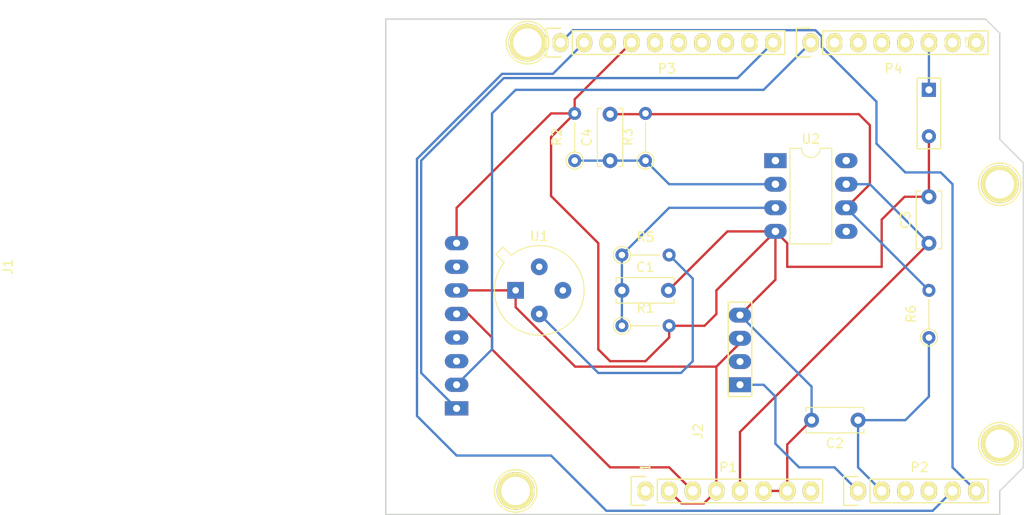
<source format=kicad_pcb>
(kicad_pcb (version 20171130) (host pcbnew "(5.1.8)-1")

  (general
    (thickness 1.6)
    (drawings 27)
    (tracks 113)
    (zones 0)
    (modules 22)
    (nets 40)
  )

  (page A4)
  (title_block
    (date "lun. 30 mars 2015")
  )

  (layers
    (0 F.Cu signal)
    (31 B.Cu signal)
    (32 B.Adhes user)
    (33 F.Adhes user)
    (34 B.Paste user)
    (35 F.Paste user)
    (36 B.SilkS user)
    (37 F.SilkS user)
    (38 B.Mask user)
    (39 F.Mask user)
    (40 Dwgs.User user)
    (41 Cmts.User user)
    (42 Eco1.User user)
    (43 Eco2.User user)
    (44 Edge.Cuts user)
    (45 Margin user)
    (46 B.CrtYd user)
    (47 F.CrtYd user)
    (48 B.Fab user)
    (49 F.Fab user)
  )

  (setup
    (last_trace_width 0.25)
    (trace_clearance 0.2)
    (zone_clearance 0.508)
    (zone_45_only no)
    (trace_min 0.2)
    (via_size 0.6)
    (via_drill 0.4)
    (via_min_size 0.4)
    (via_min_drill 0.3)
    (uvia_size 0.3)
    (uvia_drill 0.1)
    (uvias_allowed no)
    (uvia_min_size 0.2)
    (uvia_min_drill 0.1)
    (edge_width 0.15)
    (segment_width 0.15)
    (pcb_text_width 0.3)
    (pcb_text_size 1.5 1.5)
    (mod_edge_width 0.15)
    (mod_text_size 1 1)
    (mod_text_width 0.15)
    (pad_size 4.064 4.064)
    (pad_drill 3.048)
    (pad_to_mask_clearance 0)
    (aux_axis_origin 110.998 126.365)
    (grid_origin 110.998 126.365)
    (visible_elements 7FFFFFFF)
    (pcbplotparams
      (layerselection 0x00030_80000001)
      (usegerberextensions false)
      (usegerberattributes true)
      (usegerberadvancedattributes true)
      (creategerberjobfile true)
      (excludeedgelayer true)
      (linewidth 0.100000)
      (plotframeref false)
      (viasonmask false)
      (mode 1)
      (useauxorigin false)
      (hpglpennumber 1)
      (hpglpenspeed 20)
      (hpglpendiameter 15.000000)
      (psnegative false)
      (psa4output false)
      (plotreference true)
      (plotvalue true)
      (plotinvisibletext false)
      (padsonsilk false)
      (subtractmaskfromsilk false)
      (outputformat 1)
      (mirror false)
      (drillshape 1)
      (scaleselection 1)
      (outputdirectory ""))
  )

  (net 0 "")
  (net 1 /Reset)
  (net 2 +5V)
  (net 3 GND)
  (net 4 /Vin)
  (net 5 /A0)
  (net 6 /A1)
  (net 7 /A2)
  (net 8 /A3)
  (net 9 /AREF)
  (net 10 "/A4(SDA)")
  (net 11 "/A5(SCL)")
  (net 12 "/9(**)")
  (net 13 /8)
  (net 14 /7)
  (net 15 "/6(**)")
  (net 16 "/5(**)")
  (net 17 /4)
  (net 18 "/3(**)")
  (net 19 /2)
  (net 20 "/1(Tx)")
  (net 21 "/0(Rx)")
  (net 22 "Net-(P5-Pad1)")
  (net 23 "Net-(P6-Pad1)")
  (net 24 "Net-(P7-Pad1)")
  (net 25 "Net-(P8-Pad1)")
  (net 26 "/13(SCK)")
  (net 27 "/10(**/SS)")
  (net 28 "Net-(P1-Pad1)")
  (net 29 +3V3)
  (net 30 "/12(MISO)")
  (net 31 "/11(**/MOSI)")
  (net 32 "Net-(C1-Pad1)")
  (net 33 "Net-(J1-Pad7)")
  (net 34 "Net-(J1-Pad4)")
  (net 35 "Net-(J1-Pad3)")
  (net 36 "Net-(J2-Pad2)")
  (net 37 /capteurAIME)
  (net 38 "Net-(C4-Pad2)")
  (net 39 "Net-(C4-Pad1)")

  (net_class Default "This is the default net class."
    (clearance 0.2)
    (trace_width 0.25)
    (via_dia 0.6)
    (via_drill 0.4)
    (uvia_dia 0.3)
    (uvia_drill 0.1)
    (add_net +3V3)
    (add_net +5V)
    (add_net "/0(Rx)")
    (add_net "/1(Tx)")
    (add_net "/10(**/SS)")
    (add_net "/11(**/MOSI)")
    (add_net "/12(MISO)")
    (add_net "/13(SCK)")
    (add_net /2)
    (add_net "/3(**)")
    (add_net /4)
    (add_net "/5(**)")
    (add_net "/6(**)")
    (add_net /7)
    (add_net /8)
    (add_net "/9(**)")
    (add_net /A0)
    (add_net /A1)
    (add_net /A2)
    (add_net /A3)
    (add_net "/A4(SDA)")
    (add_net "/A5(SCL)")
    (add_net /AREF)
    (add_net /Reset)
    (add_net /Vin)
    (add_net /capteurAIME)
    (add_net GND)
    (add_net "Net-(C1-Pad1)")
    (add_net "Net-(C4-Pad1)")
    (add_net "Net-(C4-Pad2)")
    (add_net "Net-(J1-Pad3)")
    (add_net "Net-(J1-Pad4)")
    (add_net "Net-(J1-Pad7)")
    (add_net "Net-(J2-Pad2)")
    (add_net "Net-(P1-Pad1)")
    (add_net "Net-(P5-Pad1)")
    (add_net "Net-(P6-Pad1)")
    (add_net "Net-(P7-Pad1)")
    (add_net "Net-(P8-Pad1)")
  )

  (module Socket_Arduino_Uno:Socket_Strip_Arduino_1x08 locked (layer F.Cu) (tedit 552168D2) (tstamp 551AF9EA)
    (at 138.938 123.825)
    (descr "Through hole socket strip")
    (tags "socket strip")
    (path /56D70129)
    (fp_text reference P1 (at 8.89 -2.54) (layer F.SilkS)
      (effects (font (size 1 1) (thickness 0.15)))
    )
    (fp_text value Power (at 8.89 -4.064) (layer F.Fab)
      (effects (font (size 1 1) (thickness 0.15)))
    )
    (fp_line (start -1.55 -1.55) (end -1.55 1.55) (layer F.SilkS) (width 0.15))
    (fp_line (start 0 -1.55) (end -1.55 -1.55) (layer F.SilkS) (width 0.15))
    (fp_line (start 1.27 1.27) (end 1.27 -1.27) (layer F.SilkS) (width 0.15))
    (fp_line (start -1.55 1.55) (end 0 1.55) (layer F.SilkS) (width 0.15))
    (fp_line (start 19.05 -1.27) (end 1.27 -1.27) (layer F.SilkS) (width 0.15))
    (fp_line (start 19.05 1.27) (end 19.05 -1.27) (layer F.SilkS) (width 0.15))
    (fp_line (start 1.27 1.27) (end 19.05 1.27) (layer F.SilkS) (width 0.15))
    (fp_line (start -1.75 1.75) (end 19.55 1.75) (layer F.CrtYd) (width 0.05))
    (fp_line (start -1.75 -1.75) (end 19.55 -1.75) (layer F.CrtYd) (width 0.05))
    (fp_line (start 19.55 -1.75) (end 19.55 1.75) (layer F.CrtYd) (width 0.05))
    (fp_line (start -1.75 -1.75) (end -1.75 1.75) (layer F.CrtYd) (width 0.05))
    (pad 1 thru_hole oval (at 0 0) (size 1.7272 2.032) (drill 1.016) (layers *.Cu *.Mask F.SilkS)
      (net 28 "Net-(P1-Pad1)"))
    (pad 2 thru_hole oval (at 2.54 0) (size 1.7272 2.032) (drill 1.016) (layers *.Cu *.Mask F.SilkS)
      (net 29 +3V3))
    (pad 3 thru_hole oval (at 5.08 0) (size 1.7272 2.032) (drill 1.016) (layers *.Cu *.Mask F.SilkS)
      (net 1 /Reset))
    (pad 4 thru_hole oval (at 7.62 0) (size 1.7272 2.032) (drill 1.016) (layers *.Cu *.Mask F.SilkS)
      (net 29 +3V3))
    (pad 5 thru_hole oval (at 10.16 0) (size 1.7272 2.032) (drill 1.016) (layers *.Cu *.Mask F.SilkS)
      (net 2 +5V))
    (pad 6 thru_hole oval (at 12.7 0) (size 1.7272 2.032) (drill 1.016) (layers *.Cu *.Mask F.SilkS)
      (net 3 GND))
    (pad 7 thru_hole oval (at 15.24 0) (size 1.7272 2.032) (drill 1.016) (layers *.Cu *.Mask F.SilkS)
      (net 3 GND))
    (pad 8 thru_hole oval (at 17.78 0) (size 1.7272 2.032) (drill 1.016) (layers *.Cu *.Mask F.SilkS)
      (net 4 /Vin))
    (model ${KIPRJMOD}/Socket_Arduino_Uno.3dshapes/Socket_header_Arduino_1x08.wrl
      (offset (xyz 8.889999866485596 0 0))
      (scale (xyz 1 1 1))
      (rotate (xyz 0 0 180))
    )
  )

  (module Socket_Arduino_Uno:Socket_Strip_Arduino_1x06 locked (layer F.Cu) (tedit 552168D6) (tstamp 551AF9FF)
    (at 161.798 123.825)
    (descr "Through hole socket strip")
    (tags "socket strip")
    (path /56D70DD8)
    (fp_text reference P2 (at 6.604 -2.54) (layer F.SilkS)
      (effects (font (size 1 1) (thickness 0.15)))
    )
    (fp_text value Analog (at 6.604 -4.064) (layer F.Fab)
      (effects (font (size 1 1) (thickness 0.15)))
    )
    (fp_line (start -1.55 -1.55) (end -1.55 1.55) (layer F.SilkS) (width 0.15))
    (fp_line (start 0 -1.55) (end -1.55 -1.55) (layer F.SilkS) (width 0.15))
    (fp_line (start 1.27 1.27) (end 1.27 -1.27) (layer F.SilkS) (width 0.15))
    (fp_line (start -1.55 1.55) (end 0 1.55) (layer F.SilkS) (width 0.15))
    (fp_line (start 13.97 -1.27) (end 1.27 -1.27) (layer F.SilkS) (width 0.15))
    (fp_line (start 13.97 1.27) (end 13.97 -1.27) (layer F.SilkS) (width 0.15))
    (fp_line (start 1.27 1.27) (end 13.97 1.27) (layer F.SilkS) (width 0.15))
    (fp_line (start -1.75 1.75) (end 14.45 1.75) (layer F.CrtYd) (width 0.05))
    (fp_line (start -1.75 -1.75) (end 14.45 -1.75) (layer F.CrtYd) (width 0.05))
    (fp_line (start 14.45 -1.75) (end 14.45 1.75) (layer F.CrtYd) (width 0.05))
    (fp_line (start -1.75 -1.75) (end -1.75 1.75) (layer F.CrtYd) (width 0.05))
    (pad 1 thru_hole oval (at 0 0) (size 1.7272 2.032) (drill 1.016) (layers *.Cu *.Mask F.SilkS)
      (net 5 /A0))
    (pad 2 thru_hole oval (at 2.54 0) (size 1.7272 2.032) (drill 1.016) (layers *.Cu *.Mask F.SilkS)
      (net 6 /A1))
    (pad 3 thru_hole oval (at 5.08 0) (size 1.7272 2.032) (drill 1.016) (layers *.Cu *.Mask F.SilkS)
      (net 7 /A2))
    (pad 4 thru_hole oval (at 7.62 0) (size 1.7272 2.032) (drill 1.016) (layers *.Cu *.Mask F.SilkS)
      (net 8 /A3))
    (pad 5 thru_hole oval (at 10.16 0) (size 1.7272 2.032) (drill 1.016) (layers *.Cu *.Mask F.SilkS)
      (net 10 "/A4(SDA)"))
    (pad 6 thru_hole oval (at 12.7 0) (size 1.7272 2.032) (drill 1.016) (layers *.Cu *.Mask F.SilkS)
      (net 11 "/A5(SCL)"))
    (model ${KIPRJMOD}/Socket_Arduino_Uno.3dshapes/Socket_header_Arduino_1x06.wrl
      (offset (xyz 6.349999904632568 0 0))
      (scale (xyz 1 1 1))
      (rotate (xyz 0 0 180))
    )
  )

  (module Socket_Arduino_Uno:Socket_Strip_Arduino_1x10 locked (layer F.Cu) (tedit 552168BF) (tstamp 551AFA18)
    (at 129.794 75.565)
    (descr "Through hole socket strip")
    (tags "socket strip")
    (path /56D721E0)
    (fp_text reference P3 (at 11.43 2.794) (layer F.SilkS)
      (effects (font (size 1 1) (thickness 0.15)))
    )
    (fp_text value Digital (at 11.43 4.318) (layer F.Fab)
      (effects (font (size 1 1) (thickness 0.15)))
    )
    (fp_line (start -1.55 -1.55) (end -1.55 1.55) (layer F.SilkS) (width 0.15))
    (fp_line (start 0 -1.55) (end -1.55 -1.55) (layer F.SilkS) (width 0.15))
    (fp_line (start 1.27 1.27) (end 1.27 -1.27) (layer F.SilkS) (width 0.15))
    (fp_line (start -1.55 1.55) (end 0 1.55) (layer F.SilkS) (width 0.15))
    (fp_line (start 24.13 -1.27) (end 1.27 -1.27) (layer F.SilkS) (width 0.15))
    (fp_line (start 24.13 1.27) (end 24.13 -1.27) (layer F.SilkS) (width 0.15))
    (fp_line (start 1.27 1.27) (end 24.13 1.27) (layer F.SilkS) (width 0.15))
    (fp_line (start -1.75 1.75) (end 24.65 1.75) (layer F.CrtYd) (width 0.05))
    (fp_line (start -1.75 -1.75) (end 24.65 -1.75) (layer F.CrtYd) (width 0.05))
    (fp_line (start 24.65 -1.75) (end 24.65 1.75) (layer F.CrtYd) (width 0.05))
    (fp_line (start -1.75 -1.75) (end -1.75 1.75) (layer F.CrtYd) (width 0.05))
    (pad 1 thru_hole oval (at 0 0) (size 1.7272 2.032) (drill 1.016) (layers *.Cu *.Mask F.SilkS)
      (net 11 "/A5(SCL)"))
    (pad 2 thru_hole oval (at 2.54 0) (size 1.7272 2.032) (drill 1.016) (layers *.Cu *.Mask F.SilkS)
      (net 10 "/A4(SDA)"))
    (pad 3 thru_hole oval (at 5.08 0) (size 1.7272 2.032) (drill 1.016) (layers *.Cu *.Mask F.SilkS)
      (net 9 /AREF))
    (pad 4 thru_hole oval (at 7.62 0) (size 1.7272 2.032) (drill 1.016) (layers *.Cu *.Mask F.SilkS)
      (net 3 GND))
    (pad 5 thru_hole oval (at 10.16 0) (size 1.7272 2.032) (drill 1.016) (layers *.Cu *.Mask F.SilkS)
      (net 26 "/13(SCK)"))
    (pad 6 thru_hole oval (at 12.7 0) (size 1.7272 2.032) (drill 1.016) (layers *.Cu *.Mask F.SilkS)
      (net 30 "/12(MISO)"))
    (pad 7 thru_hole oval (at 15.24 0) (size 1.7272 2.032) (drill 1.016) (layers *.Cu *.Mask F.SilkS)
      (net 31 "/11(**/MOSI)"))
    (pad 8 thru_hole oval (at 17.78 0) (size 1.7272 2.032) (drill 1.016) (layers *.Cu *.Mask F.SilkS)
      (net 27 "/10(**/SS)"))
    (pad 9 thru_hole oval (at 20.32 0) (size 1.7272 2.032) (drill 1.016) (layers *.Cu *.Mask F.SilkS)
      (net 12 "/9(**)"))
    (pad 10 thru_hole oval (at 22.86 0) (size 1.7272 2.032) (drill 1.016) (layers *.Cu *.Mask F.SilkS)
      (net 13 /8))
    (model ${KIPRJMOD}/Socket_Arduino_Uno.3dshapes/Socket_header_Arduino_1x10.wrl
      (offset (xyz 11.42999982833862 0 0))
      (scale (xyz 1 1 1))
      (rotate (xyz 0 0 180))
    )
  )

  (module Socket_Arduino_Uno:Socket_Strip_Arduino_1x08 locked (layer F.Cu) (tedit 552168C7) (tstamp 551AFA2F)
    (at 156.718 75.565)
    (descr "Through hole socket strip")
    (tags "socket strip")
    (path /56D7164F)
    (fp_text reference P4 (at 8.89 2.794) (layer F.SilkS)
      (effects (font (size 1 1) (thickness 0.15)))
    )
    (fp_text value Digital (at 8.89 4.318) (layer F.Fab)
      (effects (font (size 1 1) (thickness 0.15)))
    )
    (fp_line (start -1.55 -1.55) (end -1.55 1.55) (layer F.SilkS) (width 0.15))
    (fp_line (start 0 -1.55) (end -1.55 -1.55) (layer F.SilkS) (width 0.15))
    (fp_line (start 1.27 1.27) (end 1.27 -1.27) (layer F.SilkS) (width 0.15))
    (fp_line (start -1.55 1.55) (end 0 1.55) (layer F.SilkS) (width 0.15))
    (fp_line (start 19.05 -1.27) (end 1.27 -1.27) (layer F.SilkS) (width 0.15))
    (fp_line (start 19.05 1.27) (end 19.05 -1.27) (layer F.SilkS) (width 0.15))
    (fp_line (start 1.27 1.27) (end 19.05 1.27) (layer F.SilkS) (width 0.15))
    (fp_line (start -1.75 1.75) (end 19.55 1.75) (layer F.CrtYd) (width 0.05))
    (fp_line (start -1.75 -1.75) (end 19.55 -1.75) (layer F.CrtYd) (width 0.05))
    (fp_line (start 19.55 -1.75) (end 19.55 1.75) (layer F.CrtYd) (width 0.05))
    (fp_line (start -1.75 -1.75) (end -1.75 1.75) (layer F.CrtYd) (width 0.05))
    (pad 1 thru_hole oval (at 0 0) (size 1.7272 2.032) (drill 1.016) (layers *.Cu *.Mask F.SilkS)
      (net 14 /7))
    (pad 2 thru_hole oval (at 2.54 0) (size 1.7272 2.032) (drill 1.016) (layers *.Cu *.Mask F.SilkS)
      (net 15 "/6(**)"))
    (pad 3 thru_hole oval (at 5.08 0) (size 1.7272 2.032) (drill 1.016) (layers *.Cu *.Mask F.SilkS)
      (net 16 "/5(**)"))
    (pad 4 thru_hole oval (at 7.62 0) (size 1.7272 2.032) (drill 1.016) (layers *.Cu *.Mask F.SilkS)
      (net 17 /4))
    (pad 5 thru_hole oval (at 10.16 0) (size 1.7272 2.032) (drill 1.016) (layers *.Cu *.Mask F.SilkS)
      (net 18 "/3(**)"))
    (pad 6 thru_hole oval (at 12.7 0) (size 1.7272 2.032) (drill 1.016) (layers *.Cu *.Mask F.SilkS)
      (net 19 /2))
    (pad 7 thru_hole oval (at 15.24 0) (size 1.7272 2.032) (drill 1.016) (layers *.Cu *.Mask F.SilkS)
      (net 20 "/1(Tx)"))
    (pad 8 thru_hole oval (at 17.78 0) (size 1.7272 2.032) (drill 1.016) (layers *.Cu *.Mask F.SilkS)
      (net 21 "/0(Rx)"))
    (model ${KIPRJMOD}/Socket_Arduino_Uno.3dshapes/Socket_header_Arduino_1x08.wrl
      (offset (xyz 8.889999866485596 0 0))
      (scale (xyz 1 1 1))
      (rotate (xyz 0 0 180))
    )
  )

  (module Socket_Arduino_Uno:Arduino_1pin locked (layer F.Cu) (tedit 5524FC39) (tstamp 5524FC3F)
    (at 124.968 123.825)
    (descr "module 1 pin (ou trou mecanique de percage)")
    (tags DEV)
    (path /56D71177)
    (fp_text reference P5 (at 0 -3.048) (layer F.SilkS) hide
      (effects (font (size 1 1) (thickness 0.15)))
    )
    (fp_text value CONN_01X01 (at 0 2.794) (layer F.Fab) hide
      (effects (font (size 1 1) (thickness 0.15)))
    )
    (fp_circle (center 0 0) (end 0 -2.286) (layer F.SilkS) (width 0.15))
    (pad 1 thru_hole circle (at 0 0) (size 4.064 4.064) (drill 3.048) (layers *.Cu *.Mask F.SilkS)
      (net 22 "Net-(P5-Pad1)"))
  )

  (module Socket_Arduino_Uno:Arduino_1pin locked (layer F.Cu) (tedit 5524FC4A) (tstamp 5524FC44)
    (at 177.038 118.745)
    (descr "module 1 pin (ou trou mecanique de percage)")
    (tags DEV)
    (path /56D71274)
    (fp_text reference P6 (at 0 -3.048) (layer F.SilkS) hide
      (effects (font (size 1 1) (thickness 0.15)))
    )
    (fp_text value CONN_01X01 (at 0 2.794) (layer F.Fab) hide
      (effects (font (size 1 1) (thickness 0.15)))
    )
    (fp_circle (center 0 0) (end 0 -2.286) (layer F.SilkS) (width 0.15))
    (pad 1 thru_hole circle (at 0 0) (size 4.064 4.064) (drill 3.048) (layers *.Cu *.Mask F.SilkS)
      (net 23 "Net-(P6-Pad1)"))
  )

  (module Socket_Arduino_Uno:Arduino_1pin locked (layer F.Cu) (tedit 5524FC2F) (tstamp 5524FC49)
    (at 126.238 75.565)
    (descr "module 1 pin (ou trou mecanique de percage)")
    (tags DEV)
    (path /56D712A8)
    (fp_text reference P7 (at 0 -3.048) (layer F.SilkS) hide
      (effects (font (size 1 1) (thickness 0.15)))
    )
    (fp_text value CONN_01X01 (at 0 2.794) (layer F.Fab) hide
      (effects (font (size 1 1) (thickness 0.15)))
    )
    (fp_circle (center 0 0) (end 0 -2.286) (layer F.SilkS) (width 0.15))
    (pad 1 thru_hole circle (at 0 0) (size 4.064 4.064) (drill 3.048) (layers *.Cu *.Mask F.SilkS)
      (net 24 "Net-(P7-Pad1)"))
  )

  (module Socket_Arduino_Uno:Arduino_1pin locked (layer F.Cu) (tedit 5524FC41) (tstamp 5524FC4E)
    (at 177.038 90.805)
    (descr "module 1 pin (ou trou mecanique de percage)")
    (tags DEV)
    (path /56D712DB)
    (fp_text reference P8 (at 0 -3.048) (layer F.SilkS) hide
      (effects (font (size 1 1) (thickness 0.15)))
    )
    (fp_text value CONN_01X01 (at 0 2.794) (layer F.Fab) hide
      (effects (font (size 1 1) (thickness 0.15)))
    )
    (fp_circle (center 0 0) (end 0 -2.286) (layer F.SilkS) (width 0.15))
    (pad 1 thru_hole circle (at 0 0) (size 4.064 4.064) (drill 3.048) (layers *.Cu *.Mask F.SilkS)
      (net 25 "Net-(P8-Pad1)"))
  )

  (module Capacitor_THT:C_Disc_D6.0mm_W2.5mm_P5.00mm (layer F.Cu) (tedit 5AE50EF0) (tstamp 6003E40C)
    (at 136.398 102.235)
    (descr "C, Disc series, Radial, pin pitch=5.00mm, , diameter*width=6*2.5mm^2, Capacitor, http://cdn-reichelt.de/documents/datenblatt/B300/DS_KERKO_TC.pdf")
    (tags "C Disc series Radial pin pitch 5.00mm  diameter 6mm width 2.5mm Capacitor")
    (path /5FD11169)
    (fp_text reference C1 (at 2.5 -2.5) (layer F.SilkS)
      (effects (font (size 1 1) (thickness 0.15)))
    )
    (fp_text value 100n (at 2.5 2.5) (layer F.Fab)
      (effects (font (size 1 1) (thickness 0.15)))
    )
    (fp_line (start 6.05 -1.5) (end -1.05 -1.5) (layer F.CrtYd) (width 0.05))
    (fp_line (start 6.05 1.5) (end 6.05 -1.5) (layer F.CrtYd) (width 0.05))
    (fp_line (start -1.05 1.5) (end 6.05 1.5) (layer F.CrtYd) (width 0.05))
    (fp_line (start -1.05 -1.5) (end -1.05 1.5) (layer F.CrtYd) (width 0.05))
    (fp_line (start 5.62 0.925) (end 5.62 1.37) (layer F.SilkS) (width 0.12))
    (fp_line (start 5.62 -1.37) (end 5.62 -0.925) (layer F.SilkS) (width 0.12))
    (fp_line (start -0.62 0.925) (end -0.62 1.37) (layer F.SilkS) (width 0.12))
    (fp_line (start -0.62 -1.37) (end -0.62 -0.925) (layer F.SilkS) (width 0.12))
    (fp_line (start -0.62 1.37) (end 5.62 1.37) (layer F.SilkS) (width 0.12))
    (fp_line (start -0.62 -1.37) (end 5.62 -1.37) (layer F.SilkS) (width 0.12))
    (fp_line (start 5.5 -1.25) (end -0.5 -1.25) (layer F.Fab) (width 0.1))
    (fp_line (start 5.5 1.25) (end 5.5 -1.25) (layer F.Fab) (width 0.1))
    (fp_line (start -0.5 1.25) (end 5.5 1.25) (layer F.Fab) (width 0.1))
    (fp_line (start -0.5 -1.25) (end -0.5 1.25) (layer F.Fab) (width 0.1))
    (fp_text user %R (at 2.5 0) (layer F.Fab)
      (effects (font (size 1 1) (thickness 0.15)))
    )
    (pad 1 thru_hole circle (at 0 0) (size 1.6 1.6) (drill 0.8) (layers *.Cu *.Mask)
      (net 32 "Net-(C1-Pad1)"))
    (pad 2 thru_hole circle (at 5 0) (size 1.6 1.6) (drill 0.8) (layers *.Cu *.Mask)
      (net 3 GND))
    (model ${KISYS3DMOD}/Capacitor_THT.3dshapes/C_Disc_D6.0mm_W2.5mm_P5.00mm.wrl
      (at (xyz 0 0 0))
      (scale (xyz 1 1 1))
      (rotate (xyz 0 0 0))
    )
  )

  (module Capacitor_THT:C_Disc_D6.0mm_W2.5mm_P5.00mm (layer F.Cu) (tedit 5AE50EF0) (tstamp 6003E421)
    (at 135.128 88.265 90)
    (descr "C, Disc series, Radial, pin pitch=5.00mm, , diameter*width=6*2.5mm^2, Capacitor, http://cdn-reichelt.de/documents/datenblatt/B300/DS_KERKO_TC.pdf")
    (tags "C Disc series Radial pin pitch 5.00mm  diameter 6mm width 2.5mm Capacitor")
    (path /5FD117F0)
    (fp_text reference C4 (at 2.5 -2.5 90) (layer F.SilkS)
      (effects (font (size 1 1) (thickness 0.15)))
    )
    (fp_text value 1u (at 2.5 2.5 90) (layer F.Fab)
      (effects (font (size 1 1) (thickness 0.15)))
    )
    (fp_text user %R (at 3.094999 0 90) (layer F.Fab)
      (effects (font (size 1 1) (thickness 0.15)))
    )
    (fp_line (start -0.5 -1.25) (end -0.5 1.25) (layer F.Fab) (width 0.1))
    (fp_line (start -0.5 1.25) (end 5.5 1.25) (layer F.Fab) (width 0.1))
    (fp_line (start 5.5 1.25) (end 5.5 -1.25) (layer F.Fab) (width 0.1))
    (fp_line (start 5.5 -1.25) (end -0.5 -1.25) (layer F.Fab) (width 0.1))
    (fp_line (start -0.62 -1.37) (end 5.62 -1.37) (layer F.SilkS) (width 0.12))
    (fp_line (start -0.62 1.37) (end 5.62 1.37) (layer F.SilkS) (width 0.12))
    (fp_line (start -0.62 -1.37) (end -0.62 -0.925) (layer F.SilkS) (width 0.12))
    (fp_line (start -0.62 0.925) (end -0.62 1.37) (layer F.SilkS) (width 0.12))
    (fp_line (start 5.62 -1.37) (end 5.62 -0.925) (layer F.SilkS) (width 0.12))
    (fp_line (start 5.62 0.925) (end 5.62 1.37) (layer F.SilkS) (width 0.12))
    (fp_line (start -1.05 -1.5) (end -1.05 1.5) (layer F.CrtYd) (width 0.05))
    (fp_line (start -1.05 1.5) (end 6.05 1.5) (layer F.CrtYd) (width 0.05))
    (fp_line (start 6.05 1.5) (end 6.05 -1.5) (layer F.CrtYd) (width 0.05))
    (fp_line (start 6.05 -1.5) (end -1.05 -1.5) (layer F.CrtYd) (width 0.05))
    (pad 2 thru_hole circle (at 5 0 90) (size 1.6 1.6) (drill 0.8) (layers *.Cu *.Mask)
      (net 38 "Net-(C4-Pad2)"))
    (pad 1 thru_hole circle (at 0 0 90) (size 1.6 1.6) (drill 0.8) (layers *.Cu *.Mask)
      (net 39 "Net-(C4-Pad1)"))
    (model ${KISYS3DMOD}/Capacitor_THT.3dshapes/C_Disc_D6.0mm_W2.5mm_P5.00mm.wrl
      (at (xyz 0 0 0))
      (scale (xyz 1 1 1))
      (rotate (xyz 0 0 0))
    )
  )

  (module Capacitor_THT:C_Disc_D6.0mm_W2.5mm_P5.00mm (layer F.Cu) (tedit 5AE50EF0) (tstamp 6003E436)
    (at 161.798 116.205 180)
    (descr "C, Disc series, Radial, pin pitch=5.00mm, , diameter*width=6*2.5mm^2, Capacitor, http://cdn-reichelt.de/documents/datenblatt/B300/DS_KERKO_TC.pdf")
    (tags "C Disc series Radial pin pitch 5.00mm  diameter 6mm width 2.5mm Capacitor")
    (path /5FD12445)
    (fp_text reference C2 (at 2.5 -2.5) (layer F.SilkS)
      (effects (font (size 1 1) (thickness 0.15)))
    )
    (fp_text value 100n (at 2.5 2.5) (layer F.Fab)
      (effects (font (size 1 1) (thickness 0.15)))
    )
    (fp_text user %R (at 3.144999 0) (layer F.Fab)
      (effects (font (size 1 1) (thickness 0.15)))
    )
    (fp_line (start -0.5 -1.25) (end -0.5 1.25) (layer F.Fab) (width 0.1))
    (fp_line (start -0.5 1.25) (end 5.5 1.25) (layer F.Fab) (width 0.1))
    (fp_line (start 5.5 1.25) (end 5.5 -1.25) (layer F.Fab) (width 0.1))
    (fp_line (start 5.5 -1.25) (end -0.5 -1.25) (layer F.Fab) (width 0.1))
    (fp_line (start -0.62 -1.37) (end 5.62 -1.37) (layer F.SilkS) (width 0.12))
    (fp_line (start -0.62 1.37) (end 5.62 1.37) (layer F.SilkS) (width 0.12))
    (fp_line (start -0.62 -1.37) (end -0.62 -0.925) (layer F.SilkS) (width 0.12))
    (fp_line (start -0.62 0.925) (end -0.62 1.37) (layer F.SilkS) (width 0.12))
    (fp_line (start 5.62 -1.37) (end 5.62 -0.925) (layer F.SilkS) (width 0.12))
    (fp_line (start 5.62 0.925) (end 5.62 1.37) (layer F.SilkS) (width 0.12))
    (fp_line (start -1.05 -1.5) (end -1.05 1.5) (layer F.CrtYd) (width 0.05))
    (fp_line (start -1.05 1.5) (end 6.05 1.5) (layer F.CrtYd) (width 0.05))
    (fp_line (start 6.05 1.5) (end 6.05 -1.5) (layer F.CrtYd) (width 0.05))
    (fp_line (start 6.05 -1.5) (end -1.05 -1.5) (layer F.CrtYd) (width 0.05))
    (pad 2 thru_hole circle (at 5 0 180) (size 1.6 1.6) (drill 0.8) (layers *.Cu *.Mask)
      (net 3 GND))
    (pad 1 thru_hole circle (at 0 0 180) (size 1.6 1.6) (drill 0.8) (layers *.Cu *.Mask)
      (net 6 /A1))
    (model ${KISYS3DMOD}/Capacitor_THT.3dshapes/C_Disc_D6.0mm_W2.5mm_P5.00mm.wrl
      (at (xyz 0 0 0))
      (scale (xyz 1 1 1))
      (rotate (xyz 0 0 0))
    )
  )

  (module Capacitor_THT:C_Disc_D6.0mm_W2.5mm_P5.00mm (layer F.Cu) (tedit 5AE50EF0) (tstamp 6003E44B)
    (at 169.418 97.155 90)
    (descr "C, Disc series, Radial, pin pitch=5.00mm, , diameter*width=6*2.5mm^2, Capacitor, http://cdn-reichelt.de/documents/datenblatt/B300/DS_KERKO_TC.pdf")
    (tags "C Disc series Radial pin pitch 5.00mm  diameter 6mm width 2.5mm Capacitor")
    (path /5FD11FFE)
    (fp_text reference C3 (at 2.5 -2.5 90) (layer F.SilkS)
      (effects (font (size 1 1) (thickness 0.15)))
    )
    (fp_text value 100n (at 2.5 2.5 90) (layer F.Fab)
      (effects (font (size 1 1) (thickness 0.15)))
    )
    (fp_line (start 6.05 -1.5) (end -1.05 -1.5) (layer F.CrtYd) (width 0.05))
    (fp_line (start 6.05 1.5) (end 6.05 -1.5) (layer F.CrtYd) (width 0.05))
    (fp_line (start -1.05 1.5) (end 6.05 1.5) (layer F.CrtYd) (width 0.05))
    (fp_line (start -1.05 -1.5) (end -1.05 1.5) (layer F.CrtYd) (width 0.05))
    (fp_line (start 5.62 0.925) (end 5.62 1.37) (layer F.SilkS) (width 0.12))
    (fp_line (start 5.62 -1.37) (end 5.62 -0.925) (layer F.SilkS) (width 0.12))
    (fp_line (start -0.62 0.925) (end -0.62 1.37) (layer F.SilkS) (width 0.12))
    (fp_line (start -0.62 -1.37) (end -0.62 -0.925) (layer F.SilkS) (width 0.12))
    (fp_line (start -0.62 1.37) (end 5.62 1.37) (layer F.SilkS) (width 0.12))
    (fp_line (start -0.62 -1.37) (end 5.62 -1.37) (layer F.SilkS) (width 0.12))
    (fp_line (start 5.5 -1.25) (end -0.5 -1.25) (layer F.Fab) (width 0.1))
    (fp_line (start 5.5 1.25) (end 5.5 -1.25) (layer F.Fab) (width 0.1))
    (fp_line (start -0.5 1.25) (end 5.5 1.25) (layer F.Fab) (width 0.1))
    (fp_line (start -0.5 -1.25) (end -0.5 1.25) (layer F.Fab) (width 0.1))
    (fp_text user %R (at 2.5 0 90) (layer F.Fab)
      (effects (font (size 1 1) (thickness 0.15)))
    )
    (pad 1 thru_hole circle (at 0 0 90) (size 1.6 1.6) (drill 0.8) (layers *.Cu *.Mask)
      (net 2 +5V))
    (pad 2 thru_hole circle (at 5 0 90) (size 1.6 1.6) (drill 0.8) (layers *.Cu *.Mask)
      (net 3 GND))
    (model ${KISYS3DMOD}/Capacitor_THT.3dshapes/C_Disc_D6.0mm_W2.5mm_P5.00mm.wrl
      (at (xyz 0 0 0))
      (scale (xyz 1 1 1))
      (rotate (xyz 0 0 0))
    )
  )

  (module RN2483:Module_RN2483_Breakout_WITHOUTPADS (layer F.Cu) (tedit 5BE9842D) (tstamp 6003E45B)
    (at 118.618 114.935 90)
    (path /5FDDC4A2)
    (fp_text reference J1 (at 15.24 -48.26 90) (layer F.SilkS)
      (effects (font (size 1 1) (thickness 0.15)))
    )
    (fp_text value Conn_01x08 (at 2.54 -48.26 90) (layer F.Fab)
      (effects (font (size 1 1) (thickness 0.15)))
    )
    (fp_line (start 26 -46.5) (end 26 3.5) (layer F.CrtYd) (width 0.15))
    (fp_line (start 26 3.5) (end -8 3.5) (layer F.CrtYd) (width 0.15))
    (fp_line (start -8 3.5) (end -8 -46.5) (layer F.CrtYd) (width 0.15))
    (fp_line (start -8 -46.5) (end 26 -46.5) (layer F.CrtYd) (width 0.15))
    (pad 8 thru_hole oval (at 17.78 0 90) (size 1.524 2.524) (drill 0.762) (layers *.Cu *.Mask)
      (net 3 GND))
    (pad 7 thru_hole oval (at 15.24 0 90) (size 1.524 2.524) (drill 0.762) (layers *.Cu *.Mask)
      (net 33 "Net-(J1-Pad7)"))
    (pad 6 thru_hole oval (at 12.7 0 90) (size 1.524 2.524) (drill 0.762) (layers *.Cu *.Mask)
      (net 29 +3V3))
    (pad 5 thru_hole oval (at 10.16 0 90) (size 1.524 2.524) (drill 0.762) (layers *.Cu *.Mask)
      (net 1 /Reset))
    (pad 4 thru_hole oval (at 7.62 0 90) (size 1.524 2.524) (drill 0.762) (layers *.Cu *.Mask)
      (net 34 "Net-(J1-Pad4)"))
    (pad 3 thru_hole oval (at 5.08 0 90) (size 1.524 2.524) (drill 0.762) (layers *.Cu *.Mask)
      (net 35 "Net-(J1-Pad3)"))
    (pad 2 thru_hole oval (at 2.54 0 90) (size 1.524 2.524) (drill 0.762) (layers *.Cu *.Mask)
      (net 14 /7))
    (pad 1 thru_hole rect (at 0 0 90) (size 1.524 2.524) (drill 0.762) (layers *.Cu *.Mask)
      (net 13 /8))
  )

  (module Grove:conn_Grove (layer F.Cu) (tedit 5BE9AD99) (tstamp 6003E469)
    (at 149.098 112.395 90)
    (path /5FD442DA)
    (fp_text reference J2 (at -5 -4.5 90) (layer F.SilkS)
      (effects (font (size 1 1) (thickness 0.15)))
    )
    (fp_text value Conn_01x04 (at -5 -5.5 90) (layer F.Fab)
      (effects (font (size 1 1) (thickness 0.15)))
    )
    (fp_line (start 6.35 -1.27) (end 8.89 -1.27) (layer F.SilkS) (width 0.15))
    (fp_line (start 8.89 -1.27) (end 8.89 1.27) (layer F.SilkS) (width 0.15))
    (fp_line (start 8.89 1.27) (end 6.35 1.27) (layer F.SilkS) (width 0.15))
    (fp_line (start -1.27 -1.27) (end 6.35 -1.27) (layer F.SilkS) (width 0.15))
    (fp_line (start 6.35 1.27) (end -1.27 1.27) (layer F.SilkS) (width 0.15))
    (fp_line (start -1.27 1.27) (end -1.27 -1.27) (layer F.SilkS) (width 0.15))
    (pad 4 thru_hole oval (at 7.5 0 90) (size 1.6 2.4) (drill 0.762) (layers *.Cu *.Mask)
      (net 3 GND))
    (pad 3 thru_hole oval (at 5 0 90) (size 1.6 2.4) (drill 0.762) (layers *.Cu *.Mask)
      (net 29 +3V3))
    (pad 2 thru_hole oval (at 2.5 0 90) (size 1.6 2.4) (drill 0.762) (layers *.Cu *.Mask)
      (net 36 "Net-(J2-Pad2)"))
    (pad 1 thru_hole rect (at 0 0 90) (size 1.6 2.4) (drill 0.762) (layers *.Cu *.Mask)
      (net 5 /A0))
  )

  (module LED:conn_LED (layer F.Cu) (tedit 5BE9A869) (tstamp 6003E473)
    (at 169.418 80.645 270)
    (path /600A596E)
    (fp_text reference J3 (at -5 -4.5 90) (layer F.SilkS)
      (effects (font (size 1 1) (thickness 0.15)))
    )
    (fp_text value Conn_01x02 (at -5 -5.5 90) (layer F.Fab)
      (effects (font (size 1 1) (thickness 0.15)))
    )
    (fp_line (start -1.27 -1.27) (end 6.35 -1.27) (layer F.SilkS) (width 0.15))
    (fp_line (start 6.35 -1.27) (end 6.35 1.27) (layer F.SilkS) (width 0.15))
    (fp_line (start 6.35 1.27) (end -1.27 1.27) (layer F.SilkS) (width 0.15))
    (fp_line (start -1.27 1.27) (end -1.27 -1.27) (layer F.SilkS) (width 0.15))
    (pad 2 thru_hole circle (at 5 0 270) (size 1.524 1.524) (drill 0.762) (layers *.Cu *.Mask)
      (net 3 GND))
    (pad 1 thru_hole rect (at 0 0 270) (size 1.524 1.524) (drill 0.762) (layers *.Cu *.Mask)
      (net 19 /2))
  )

  (module Resistor_THT:R_Axial_DIN0204_L3.6mm_D1.6mm_P5.08mm_Vertical (layer F.Cu) (tedit 5AE5139B) (tstamp 6003E482)
    (at 136.398 98.425)
    (descr "Resistor, Axial_DIN0204 series, Axial, Vertical, pin pitch=5.08mm, 0.167W, length*diameter=3.6*1.6mm^2, http://cdn-reichelt.de/documents/datenblatt/B400/1_4W%23YAG.pdf")
    (tags "Resistor Axial_DIN0204 series Axial Vertical pin pitch 5.08mm 0.167W length 3.6mm diameter 1.6mm")
    (path /5FD10884)
    (fp_text reference R5 (at 2.54 -1.92) (layer F.SilkS)
      (effects (font (size 1 1) (thickness 0.15)))
    )
    (fp_text value 10k (at 2.54 1.92) (layer F.Fab)
      (effects (font (size 1 1) (thickness 0.15)))
    )
    (fp_text user %R (at 2.54 -1.92) (layer F.Fab)
      (effects (font (size 1 1) (thickness 0.15)))
    )
    (fp_circle (center 0 0) (end 0.8 0) (layer F.Fab) (width 0.1))
    (fp_circle (center 0 0) (end 0.92 0) (layer F.SilkS) (width 0.12))
    (fp_line (start 0 0) (end 5.08 0) (layer F.Fab) (width 0.1))
    (fp_line (start 0.92 0) (end 4.08 0) (layer F.SilkS) (width 0.12))
    (fp_line (start -1.05 -1.05) (end -1.05 1.05) (layer F.CrtYd) (width 0.05))
    (fp_line (start -1.05 1.05) (end 6.03 1.05) (layer F.CrtYd) (width 0.05))
    (fp_line (start 6.03 1.05) (end 6.03 -1.05) (layer F.CrtYd) (width 0.05))
    (fp_line (start 6.03 -1.05) (end -1.05 -1.05) (layer F.CrtYd) (width 0.05))
    (pad 2 thru_hole oval (at 5.08 0) (size 1.4 1.4) (drill 0.7) (layers *.Cu *.Mask)
      (net 37 /capteurAIME))
    (pad 1 thru_hole circle (at 0 0) (size 1.4 1.4) (drill 0.7) (layers *.Cu *.Mask)
      (net 32 "Net-(C1-Pad1)"))
    (model ${KISYS3DMOD}/Resistor_THT.3dshapes/R_Axial_DIN0204_L3.6mm_D1.6mm_P5.08mm_Vertical.wrl
      (at (xyz 0 0 0))
      (scale (xyz 1 1 1))
      (rotate (xyz 0 0 0))
    )
  )

  (module Resistor_THT:R_Axial_DIN0204_L3.6mm_D1.6mm_P5.08mm_Vertical (layer F.Cu) (tedit 5AE5139B) (tstamp 6003E491)
    (at 136.398 106.045)
    (descr "Resistor, Axial_DIN0204 series, Axial, Vertical, pin pitch=5.08mm, 0.167W, length*diameter=3.6*1.6mm^2, http://cdn-reichelt.de/documents/datenblatt/B400/1_4W%23YAG.pdf")
    (tags "Resistor Axial_DIN0204 series Axial Vertical pin pitch 5.08mm 0.167W length 3.6mm diameter 1.6mm")
    (path /5FD103E2)
    (fp_text reference R1 (at 2.54 -1.92) (layer F.SilkS)
      (effects (font (size 1 1) (thickness 0.15)))
    )
    (fp_text value 100k (at 2.54 1.92) (layer F.Fab)
      (effects (font (size 1 1) (thickness 0.15)))
    )
    (fp_line (start 6.03 -1.05) (end -1.05 -1.05) (layer F.CrtYd) (width 0.05))
    (fp_line (start 6.03 1.05) (end 6.03 -1.05) (layer F.CrtYd) (width 0.05))
    (fp_line (start -1.05 1.05) (end 6.03 1.05) (layer F.CrtYd) (width 0.05))
    (fp_line (start -1.05 -1.05) (end -1.05 1.05) (layer F.CrtYd) (width 0.05))
    (fp_line (start 0.92 0) (end 4.08 0) (layer F.SilkS) (width 0.12))
    (fp_line (start 0 0) (end 5.08 0) (layer F.Fab) (width 0.1))
    (fp_circle (center 0 0) (end 0.92 0) (layer F.SilkS) (width 0.12))
    (fp_circle (center 0 0) (end 0.8 0) (layer F.Fab) (width 0.1))
    (fp_text user %R (at 2.54 -1.92) (layer F.Fab)
      (effects (font (size 1 1) (thickness 0.15)))
    )
    (pad 1 thru_hole circle (at 0 0) (size 1.4 1.4) (drill 0.7) (layers *.Cu *.Mask)
      (net 32 "Net-(C1-Pad1)"))
    (pad 2 thru_hole oval (at 5.08 0) (size 1.4 1.4) (drill 0.7) (layers *.Cu *.Mask)
      (net 3 GND))
    (model ${KISYS3DMOD}/Resistor_THT.3dshapes/R_Axial_DIN0204_L3.6mm_D1.6mm_P5.08mm_Vertical.wrl
      (at (xyz 0 0 0))
      (scale (xyz 1 1 1))
      (rotate (xyz 0 0 0))
    )
  )

  (module Resistor_THT:R_Axial_DIN0204_L3.6mm_D1.6mm_P5.08mm_Vertical (layer F.Cu) (tedit 5AE5139B) (tstamp 6003E4A0)
    (at 131.318 88.265 90)
    (descr "Resistor, Axial_DIN0204 series, Axial, Vertical, pin pitch=5.08mm, 0.167W, length*diameter=3.6*1.6mm^2, http://cdn-reichelt.de/documents/datenblatt/B400/1_4W%23YAG.pdf")
    (tags "Resistor Axial_DIN0204 series Axial Vertical pin pitch 5.08mm 0.167W length 3.6mm diameter 1.6mm")
    (path /5FD0FE24)
    (fp_text reference R2 (at 2.54 -1.92 90) (layer F.SilkS)
      (effects (font (size 1 1) (thickness 0.15)))
    )
    (fp_text value 1k (at 2.54 1.92 90) (layer F.Fab)
      (effects (font (size 1 1) (thickness 0.15)))
    )
    (fp_line (start 6.03 -1.05) (end -1.05 -1.05) (layer F.CrtYd) (width 0.05))
    (fp_line (start 6.03 1.05) (end 6.03 -1.05) (layer F.CrtYd) (width 0.05))
    (fp_line (start -1.05 1.05) (end 6.03 1.05) (layer F.CrtYd) (width 0.05))
    (fp_line (start -1.05 -1.05) (end -1.05 1.05) (layer F.CrtYd) (width 0.05))
    (fp_line (start 0.92 0) (end 4.08 0) (layer F.SilkS) (width 0.12))
    (fp_line (start 0 0) (end 5.08 0) (layer F.Fab) (width 0.1))
    (fp_circle (center 0 0) (end 0.92 0) (layer F.SilkS) (width 0.12))
    (fp_circle (center 0 0) (end 0.8 0) (layer F.Fab) (width 0.1))
    (fp_text user %R (at 2.54 -1.92 90) (layer F.Fab)
      (effects (font (size 1 1) (thickness 0.15)))
    )
    (pad 1 thru_hole circle (at 0 0 90) (size 1.4 1.4) (drill 0.7) (layers *.Cu *.Mask)
      (net 39 "Net-(C4-Pad1)"))
    (pad 2 thru_hole oval (at 5.08 0 90) (size 1.4 1.4) (drill 0.7) (layers *.Cu *.Mask)
      (net 3 GND))
    (model ${KISYS3DMOD}/Resistor_THT.3dshapes/R_Axial_DIN0204_L3.6mm_D1.6mm_P5.08mm_Vertical.wrl
      (at (xyz 0 0 0))
      (scale (xyz 1 1 1))
      (rotate (xyz 0 0 0))
    )
  )

  (module Resistor_THT:R_Axial_DIN0204_L3.6mm_D1.6mm_P5.08mm_Vertical (layer F.Cu) (tedit 5AE5139B) (tstamp 6003E4AF)
    (at 138.938 88.265 90)
    (descr "Resistor, Axial_DIN0204 series, Axial, Vertical, pin pitch=5.08mm, 0.167W, length*diameter=3.6*1.6mm^2, http://cdn-reichelt.de/documents/datenblatt/B400/1_4W%23YAG.pdf")
    (tags "Resistor Axial_DIN0204 series Axial Vertical pin pitch 5.08mm 0.167W length 3.6mm diameter 1.6mm")
    (path /5FD0ED76)
    (fp_text reference R3 (at 2.54 -1.92 90) (layer F.SilkS)
      (effects (font (size 1 1) (thickness 0.15)))
    )
    (fp_text value 100k (at 2.54 1.92 90) (layer F.Fab)
      (effects (font (size 1 1) (thickness 0.15)))
    )
    (fp_text user %R (at 2.54 -1.92 90) (layer F.Fab)
      (effects (font (size 1 1) (thickness 0.15)))
    )
    (fp_circle (center 0 0) (end 0.8 0) (layer F.Fab) (width 0.1))
    (fp_circle (center 0 0) (end 0.92 0) (layer F.SilkS) (width 0.12))
    (fp_line (start 0 0) (end 5.08 0) (layer F.Fab) (width 0.1))
    (fp_line (start 0.92 0) (end 4.08 0) (layer F.SilkS) (width 0.12))
    (fp_line (start -1.05 -1.05) (end -1.05 1.05) (layer F.CrtYd) (width 0.05))
    (fp_line (start -1.05 1.05) (end 6.03 1.05) (layer F.CrtYd) (width 0.05))
    (fp_line (start 6.03 1.05) (end 6.03 -1.05) (layer F.CrtYd) (width 0.05))
    (fp_line (start 6.03 -1.05) (end -1.05 -1.05) (layer F.CrtYd) (width 0.05))
    (pad 2 thru_hole oval (at 5.08 0 90) (size 1.4 1.4) (drill 0.7) (layers *.Cu *.Mask)
      (net 38 "Net-(C4-Pad2)"))
    (pad 1 thru_hole circle (at 0 0 90) (size 1.4 1.4) (drill 0.7) (layers *.Cu *.Mask)
      (net 39 "Net-(C4-Pad1)"))
    (model ${KISYS3DMOD}/Resistor_THT.3dshapes/R_Axial_DIN0204_L3.6mm_D1.6mm_P5.08mm_Vertical.wrl
      (at (xyz 0 0 0))
      (scale (xyz 1 1 1))
      (rotate (xyz 0 0 0))
    )
  )

  (module Resistor_THT:R_Axial_DIN0204_L3.6mm_D1.6mm_P5.08mm_Vertical (layer F.Cu) (tedit 5AE5139B) (tstamp 6003E4BE)
    (at 169.418 107.315 90)
    (descr "Resistor, Axial_DIN0204 series, Axial, Vertical, pin pitch=5.08mm, 0.167W, length*diameter=3.6*1.6mm^2, http://cdn-reichelt.de/documents/datenblatt/B400/1_4W%23YAG.pdf")
    (tags "Resistor Axial_DIN0204 series Axial Vertical pin pitch 5.08mm 0.167W length 3.6mm diameter 1.6mm")
    (path /5FD0E43D)
    (fp_text reference R6 (at 2.54 -1.92 90) (layer F.SilkS)
      (effects (font (size 1 1) (thickness 0.15)))
    )
    (fp_text value 1k (at 2.54 1.92 90) (layer F.Fab)
      (effects (font (size 1 1) (thickness 0.15)))
    )
    (fp_line (start 6.03 -1.05) (end -1.05 -1.05) (layer F.CrtYd) (width 0.05))
    (fp_line (start 6.03 1.05) (end 6.03 -1.05) (layer F.CrtYd) (width 0.05))
    (fp_line (start -1.05 1.05) (end 6.03 1.05) (layer F.CrtYd) (width 0.05))
    (fp_line (start -1.05 -1.05) (end -1.05 1.05) (layer F.CrtYd) (width 0.05))
    (fp_line (start 0.92 0) (end 4.08 0) (layer F.SilkS) (width 0.12))
    (fp_line (start 0 0) (end 5.08 0) (layer F.Fab) (width 0.1))
    (fp_circle (center 0 0) (end 0.92 0) (layer F.SilkS) (width 0.12))
    (fp_circle (center 0 0) (end 0.8 0) (layer F.Fab) (width 0.1))
    (fp_text user %R (at 2.54 -1.92 90) (layer F.Fab)
      (effects (font (size 1 1) (thickness 0.15)))
    )
    (pad 1 thru_hole circle (at 0 0 90) (size 1.4 1.4) (drill 0.7) (layers *.Cu *.Mask)
      (net 6 /A1))
    (pad 2 thru_hole oval (at 5.08 0 90) (size 1.4 1.4) (drill 0.7) (layers *.Cu *.Mask)
      (net 38 "Net-(C4-Pad2)"))
    (model ${KISYS3DMOD}/Resistor_THT.3dshapes/R_Axial_DIN0204_L3.6mm_D1.6mm_P5.08mm_Vertical.wrl
      (at (xyz 0 0 0))
      (scale (xyz 1 1 1))
      (rotate (xyz 0 0 0))
    )
  )

  (module TO-5-4:TO-5-4 (layer F.Cu) (tedit 5BDC636E) (tstamp 6003E4D4)
    (at 124.968 102.235)
    (descr TO-5-4)
    (tags TO-5-4)
    (path /60035472)
    (fp_text reference U1 (at 2.54 -5.82) (layer F.SilkS)
      (effects (font (size 1 1) (thickness 0.15)))
    )
    (fp_text value TO-5-4 (at 2.54 5.82) (layer F.Fab)
      (effects (font (size 1 1) (thickness 0.15)))
    )
    (fp_line (start -0.465408 -3.61352) (end -1.27151 -4.419621) (layer F.Fab) (width 0.1))
    (fp_line (start -1.27151 -4.419621) (end -1.879621 -3.81151) (layer F.Fab) (width 0.1))
    (fp_line (start -1.879621 -3.81151) (end -1.07352 -3.005408) (layer F.Fab) (width 0.1))
    (fp_line (start -0.457084 -3.774902) (end -1.348039 -4.665856) (layer F.SilkS) (width 0.12))
    (fp_line (start -1.348039 -4.665856) (end -2.125856 -3.888039) (layer F.SilkS) (width 0.12))
    (fp_line (start -2.125856 -3.888039) (end -1.234902 -2.997084) (layer F.SilkS) (width 0.12))
    (fp_line (start -2.41 -4.95) (end -2.41 4.95) (layer F.CrtYd) (width 0.05))
    (fp_line (start -2.41 4.95) (end 7.49 4.95) (layer F.CrtYd) (width 0.05))
    (fp_line (start 7.49 4.95) (end 7.49 -4.95) (layer F.CrtYd) (width 0.05))
    (fp_line (start 7.49 -4.95) (end -2.41 -4.95) (layer F.CrtYd) (width 0.05))
    (fp_circle (center 2.54 0) (end 6.79 0) (layer F.Fab) (width 0.1))
    (fp_arc (start 2.54 0) (end -0.457084 -3.774902) (angle 346.9) (layer F.SilkS) (width 0.12))
    (fp_arc (start 2.54 0) (end -0.465408 -3.61352) (angle 349.5) (layer F.Fab) (width 0.1))
    (fp_text user %R (at 2.54 -5.82) (layer F.Fab)
      (effects (font (size 1 1) (thickness 0.15)))
    )
    (pad 4 thru_hole oval (at 2.54 -2.54) (size 1.8 1.8) (drill 0.7) (layers *.Cu *.Mask))
    (pad 3 thru_hole oval (at 5.08 0) (size 1.8 1.8) (drill 0.7) (layers *.Cu *.Mask))
    (pad 2 thru_hole oval (at 2.54 2.54) (size 1.8 1.8) (drill 0.7) (layers *.Cu *.Mask)
      (net 37 /capteurAIME))
    (pad 1 thru_hole rect (at 0 0) (size 1.8 1.8) (drill 0.7) (layers *.Cu *.Mask)
      (net 29 +3V3))
    (model ${KISYS3DMOD}/Package_TO_SOT_THT.3dshapes/TO-5-4.wrl
      (at (xyz 0 0 0))
      (scale (xyz 1 1 1))
      (rotate (xyz 0 0 0))
    )
  )

  (module LTC1050:DIP-8_W7.62mm_LongPads (layer F.Cu) (tedit 5A02E8C5) (tstamp 6003E4F0)
    (at 152.908 88.265)
    (descr "8-lead though-hole mounted DIP package, row spacing 7.62 mm (300 mils), LongPads")
    (tags "THT DIP DIL PDIP 2.54mm 7.62mm 300mil LongPads")
    (path /5FD0DF31)
    (fp_text reference U2 (at 3.81 -2.33) (layer F.SilkS)
      (effects (font (size 1 1) (thickness 0.15)))
    )
    (fp_text value LTC1050 (at 3.81 9.95) (layer F.Fab)
      (effects (font (size 1 1) (thickness 0.15)))
    )
    (fp_line (start 9.1 -1.55) (end -1.45 -1.55) (layer F.CrtYd) (width 0.05))
    (fp_line (start 9.1 9.15) (end 9.1 -1.55) (layer F.CrtYd) (width 0.05))
    (fp_line (start -1.45 9.15) (end 9.1 9.15) (layer F.CrtYd) (width 0.05))
    (fp_line (start -1.45 -1.55) (end -1.45 9.15) (layer F.CrtYd) (width 0.05))
    (fp_line (start 6.06 -1.33) (end 4.81 -1.33) (layer F.SilkS) (width 0.12))
    (fp_line (start 6.06 8.95) (end 6.06 -1.33) (layer F.SilkS) (width 0.12))
    (fp_line (start 1.56 8.95) (end 6.06 8.95) (layer F.SilkS) (width 0.12))
    (fp_line (start 1.56 -1.33) (end 1.56 8.95) (layer F.SilkS) (width 0.12))
    (fp_line (start 2.81 -1.33) (end 1.56 -1.33) (layer F.SilkS) (width 0.12))
    (fp_line (start 0.635 -0.27) (end 1.635 -1.27) (layer F.Fab) (width 0.1))
    (fp_line (start 0.635 8.89) (end 0.635 -0.27) (layer F.Fab) (width 0.1))
    (fp_line (start 6.985 8.89) (end 0.635 8.89) (layer F.Fab) (width 0.1))
    (fp_line (start 6.985 -1.27) (end 6.985 8.89) (layer F.Fab) (width 0.1))
    (fp_line (start 1.635 -1.27) (end 6.985 -1.27) (layer F.Fab) (width 0.1))
    (fp_arc (start 3.81 -1.33) (end 2.81 -1.33) (angle -180) (layer F.SilkS) (width 0.12))
    (fp_text user %R (at 3.81 3.81) (layer F.Fab)
      (effects (font (size 1 1) (thickness 0.15)))
    )
    (pad 1 thru_hole rect (at 0 0) (size 2.4 1.6) (drill 0.8) (layers *.Cu *.Mask))
    (pad 5 thru_hole oval (at 7.62 7.62) (size 2.4 1.6) (drill 0.8) (layers *.Cu *.Mask))
    (pad 2 thru_hole oval (at 0 2.54) (size 2.4 1.6) (drill 0.8) (layers *.Cu *.Mask)
      (net 39 "Net-(C4-Pad1)"))
    (pad 6 thru_hole oval (at 7.62 5.08) (size 2.4 1.6) (drill 0.8) (layers *.Cu *.Mask)
      (net 38 "Net-(C4-Pad2)"))
    (pad 3 thru_hole oval (at 0 5.08) (size 2.4 1.6) (drill 0.8) (layers *.Cu *.Mask)
      (net 32 "Net-(C1-Pad1)"))
    (pad 7 thru_hole oval (at 7.62 2.54) (size 2.4 1.6) (drill 0.8) (layers *.Cu *.Mask)
      (net 2 +5V))
    (pad 4 thru_hole oval (at 0 7.62) (size 2.4 1.6) (drill 0.8) (layers *.Cu *.Mask)
      (net 3 GND))
    (pad 8 thru_hole oval (at 7.62 0) (size 2.4 1.6) (drill 0.8) (layers *.Cu *.Mask))
    (model ${KISYS3DMOD}/Package_DIP.3dshapes/DIP-8_W7.62mm.wrl
      (at (xyz 0 0 0))
      (scale (xyz 1 1 1))
      (rotate (xyz 0 0 0))
    )
  )

  (gr_text 1 (at 138.938 121.285 90) (layer F.SilkS)
    (effects (font (size 1 1) (thickness 0.15)))
  )
  (gr_circle (center 117.348 76.962) (end 118.618 76.962) (layer Dwgs.User) (width 0.15))
  (gr_line (start 114.427 78.994) (end 114.427 74.93) (angle 90) (layer Dwgs.User) (width 0.15))
  (gr_line (start 120.269 78.994) (end 114.427 78.994) (angle 90) (layer Dwgs.User) (width 0.15))
  (gr_line (start 120.269 74.93) (end 120.269 78.994) (angle 90) (layer Dwgs.User) (width 0.15))
  (gr_line (start 114.427 74.93) (end 120.269 74.93) (angle 90) (layer Dwgs.User) (width 0.15))
  (gr_line (start 120.523 93.98) (end 104.648 93.98) (angle 90) (layer Dwgs.User) (width 0.15))
  (gr_line (start 177.038 74.549) (end 175.514 73.025) (angle 90) (layer Edge.Cuts) (width 0.15))
  (gr_line (start 177.038 85.979) (end 177.038 74.549) (angle 90) (layer Edge.Cuts) (width 0.15))
  (gr_line (start 179.578 88.519) (end 177.038 85.979) (angle 90) (layer Edge.Cuts) (width 0.15))
  (gr_line (start 179.578 121.285) (end 179.578 88.519) (angle 90) (layer Edge.Cuts) (width 0.15))
  (gr_line (start 177.038 123.825) (end 179.578 121.285) (angle 90) (layer Edge.Cuts) (width 0.15))
  (gr_line (start 177.038 126.365) (end 177.038 123.825) (angle 90) (layer Edge.Cuts) (width 0.15))
  (gr_line (start 110.998 126.365) (end 177.038 126.365) (angle 90) (layer Edge.Cuts) (width 0.15))
  (gr_line (start 110.998 73.025) (end 110.998 126.365) (angle 90) (layer Edge.Cuts) (width 0.15))
  (gr_line (start 175.514 73.025) (end 110.998 73.025) (angle 90) (layer Edge.Cuts) (width 0.15))
  (gr_line (start 173.355 102.235) (end 173.355 94.615) (angle 90) (layer Dwgs.User) (width 0.15))
  (gr_line (start 178.435 102.235) (end 173.355 102.235) (angle 90) (layer Dwgs.User) (width 0.15))
  (gr_line (start 178.435 94.615) (end 178.435 102.235) (angle 90) (layer Dwgs.User) (width 0.15))
  (gr_line (start 173.355 94.615) (end 178.435 94.615) (angle 90) (layer Dwgs.User) (width 0.15))
  (gr_line (start 109.093 123.19) (end 109.093 114.3) (angle 90) (layer Dwgs.User) (width 0.15))
  (gr_line (start 122.428 123.19) (end 109.093 123.19) (angle 90) (layer Dwgs.User) (width 0.15))
  (gr_line (start 122.428 114.3) (end 122.428 123.19) (angle 90) (layer Dwgs.User) (width 0.15))
  (gr_line (start 109.093 114.3) (end 122.428 114.3) (angle 90) (layer Dwgs.User) (width 0.15))
  (gr_line (start 104.648 93.98) (end 104.648 82.55) (angle 90) (layer Dwgs.User) (width 0.15))
  (gr_line (start 120.523 82.55) (end 120.523 93.98) (angle 90) (layer Dwgs.User) (width 0.15))
  (gr_line (start 104.648 82.55) (end 120.523 82.55) (angle 90) (layer Dwgs.User) (width 0.15))

  (segment (start 144.018 123.825) (end 141.478 121.285) (width 0.25) (layer F.Cu) (net 1))
  (segment (start 141.478 121.285) (end 135.128 121.285) (width 0.25) (layer F.Cu) (net 1))
  (segment (start 135.128 121.285) (end 122.428 108.585) (width 0.25) (layer F.Cu) (net 1))
  (segment (start 122.428 108.585) (end 122.428 107.315) (width 0.25) (layer F.Cu) (net 1))
  (segment (start 119.888 104.775) (end 118.618 104.775) (width 0.25) (layer F.Cu) (net 1))
  (segment (start 122.428 107.315) (end 119.888 104.775) (width 0.25) (layer F.Cu) (net 1))
  (segment (start 149.098 117.475) (end 169.418 97.155) (width 0.25) (layer F.Cu) (net 2))
  (segment (start 149.098 123.825) (end 149.098 117.475) (width 0.25) (layer F.Cu) (net 2))
  (segment (start 163.068 90.805) (end 169.418 97.155) (width 0.25) (layer B.Cu) (net 2))
  (segment (start 160.528 90.805) (end 163.068 90.805) (width 0.25) (layer B.Cu) (net 2))
  (segment (start 169.418 85.645) (end 169.418 92.155) (width 0.25) (layer F.Cu) (net 3))
  (segment (start 152.908 101.085) (end 149.098 104.895) (width 0.25) (layer F.Cu) (net 3))
  (segment (start 152.908 95.885) (end 152.908 101.085) (width 0.25) (layer F.Cu) (net 3))
  (segment (start 147.748 95.885) (end 141.398 102.235) (width 0.25) (layer F.Cu) (net 3))
  (segment (start 152.908 95.885) (end 147.748 95.885) (width 0.25) (layer F.Cu) (net 3))
  (segment (start 145.288 106.045) (end 141.478 106.045) (width 0.25) (layer F.Cu) (net 3))
  (segment (start 146.558 104.775) (end 145.288 106.045) (width 0.25) (layer F.Cu) (net 3))
  (segment (start 146.558 102.235) (end 146.558 104.775) (width 0.25) (layer F.Cu) (net 3))
  (segment (start 152.908 95.885) (end 146.558 102.235) (width 0.25) (layer F.Cu) (net 3))
  (segment (start 151.638 123.825) (end 154.178 123.825) (width 0.25) (layer F.Cu) (net 3))
  (segment (start 154.178 118.825) (end 156.798 116.205) (width 0.25) (layer F.Cu) (net 3))
  (segment (start 154.178 123.825) (end 154.178 118.825) (width 0.25) (layer F.Cu) (net 3))
  (segment (start 131.318 81.661) (end 137.414 75.565) (width 0.25) (layer F.Cu) (net 3))
  (segment (start 131.318 83.185) (end 131.318 81.661) (width 0.25) (layer F.Cu) (net 3))
  (segment (start 131.318 83.185) (end 128.778 83.185) (width 0.25) (layer F.Cu) (net 3))
  (segment (start 118.618 93.345) (end 118.618 97.155) (width 0.25) (layer F.Cu) (net 3))
  (segment (start 128.778 83.185) (end 118.618 93.345) (width 0.25) (layer F.Cu) (net 3))
  (segment (start 169.418 92.155) (end 166.798 92.155) (width 0.25) (layer F.Cu) (net 3))
  (segment (start 166.798 92.155) (end 164.338 94.615) (width 0.25) (layer F.Cu) (net 3))
  (segment (start 164.338 94.615) (end 164.338 99.695) (width 0.25) (layer F.Cu) (net 3))
  (segment (start 164.338 99.695) (end 154.178 99.695) (width 0.25) (layer F.Cu) (net 3))
  (segment (start 154.178 97.155) (end 152.908 95.885) (width 0.25) (layer F.Cu) (net 3))
  (segment (start 154.178 99.695) (end 154.178 97.155) (width 0.25) (layer F.Cu) (net 3))
  (segment (start 141.478 107.315) (end 141.478 106.045) (width 0.25) (layer F.Cu) (net 3))
  (segment (start 135.128 109.855) (end 138.938 109.855) (width 0.25) (layer F.Cu) (net 3))
  (segment (start 133.858 108.585) (end 135.128 109.855) (width 0.25) (layer F.Cu) (net 3))
  (segment (start 128.778 92.075) (end 133.858 97.155) (width 0.25) (layer F.Cu) (net 3))
  (segment (start 133.858 97.155) (end 133.858 108.585) (width 0.25) (layer F.Cu) (net 3))
  (segment (start 128.778 85.725) (end 128.778 92.075) (width 0.25) (layer F.Cu) (net 3))
  (segment (start 138.938 109.855) (end 141.478 107.315) (width 0.25) (layer F.Cu) (net 3))
  (segment (start 131.318 83.185) (end 128.778 85.725) (width 0.25) (layer F.Cu) (net 3))
  (segment (start 156.798 112.595) (end 156.798 116.205) (width 0.25) (layer B.Cu) (net 3))
  (segment (start 149.098 104.895) (end 156.798 112.595) (width 0.25) (layer B.Cu) (net 3))
  (segment (start 149.098 112.395) (end 151.638 112.395) (width 0.25) (layer B.Cu) (net 5))
  (segment (start 151.638 112.395) (end 152.908 113.665) (width 0.25) (layer B.Cu) (net 5))
  (segment (start 152.908 113.665) (end 152.908 118.745) (width 0.25) (layer B.Cu) (net 5))
  (segment (start 152.908 118.745) (end 155.448 121.285) (width 0.25) (layer B.Cu) (net 5))
  (segment (start 159.258 121.285) (end 161.798 123.825) (width 0.25) (layer B.Cu) (net 5))
  (segment (start 155.448 121.285) (end 159.258 121.285) (width 0.25) (layer B.Cu) (net 5))
  (segment (start 169.418 107.315) (end 169.418 113.665) (width 0.25) (layer B.Cu) (net 6))
  (segment (start 166.878 116.205) (end 161.798 116.205) (width 0.25) (layer B.Cu) (net 6))
  (segment (start 169.418 113.665) (end 166.878 116.205) (width 0.25) (layer B.Cu) (net 6))
  (segment (start 161.798 121.285) (end 164.338 123.825) (width 0.25) (layer B.Cu) (net 6))
  (segment (start 161.798 116.205) (end 161.798 121.285) (width 0.25) (layer B.Cu) (net 6))
  (segment (start 114.35799 88.0786) (end 114.35799 115.75499) (width 0.25) (layer B.Cu) (net 10))
  (segment (start 123.511599 78.924991) (end 114.35799 88.0786) (width 0.25) (layer B.Cu) (net 10))
  (segment (start 128.974009 78.924991) (end 123.511599 78.924991) (width 0.25) (layer B.Cu) (net 10))
  (segment (start 132.334 75.565) (end 128.974009 78.924991) (width 0.25) (layer B.Cu) (net 10))
  (segment (start 114.35799 115.75499) (end 118.618 120.015) (width 0.25) (layer B.Cu) (net 10))
  (segment (start 118.618 120.015) (end 128.778 120.015) (width 0.25) (layer B.Cu) (net 10))
  (segment (start 134.72799 125.96499) (end 169.81801 125.96499) (width 0.25) (layer B.Cu) (net 10))
  (segment (start 169.81801 125.96499) (end 171.958 123.825) (width 0.25) (layer B.Cu) (net 10))
  (segment (start 128.778 120.015) (end 134.72799 125.96499) (width 0.25) (layer B.Cu) (net 10))
  (segment (start 171.958 121.285) (end 174.498 123.825) (width 0.25) (layer B.Cu) (net 11))
  (segment (start 171.958 90.805) (end 171.958 121.285) (width 0.25) (layer B.Cu) (net 11))
  (segment (start 170.688 89.535) (end 171.958 90.805) (width 0.25) (layer B.Cu) (net 11))
  (segment (start 166.878 89.535) (end 170.688 89.535) (width 0.25) (layer B.Cu) (net 11))
  (segment (start 163.774652 81.915) (end 163.774652 86.431652) (width 0.25) (layer B.Cu) (net 11))
  (segment (start 163.774652 86.431652) (end 166.878 89.535) (width 0.25) (layer B.Cu) (net 11))
  (segment (start 157.90661 76.046958) (end 163.774652 81.915) (width 0.25) (layer B.Cu) (net 11))
  (segment (start 157.90661 74.920262) (end 157.90661 76.046958) (width 0.25) (layer B.Cu) (net 11))
  (segment (start 157.210338 74.22399) (end 157.90661 74.920262) (width 0.25) (layer B.Cu) (net 11))
  (segment (start 131.13501 74.22399) (end 157.210338 74.22399) (width 0.25) (layer B.Cu) (net 11))
  (segment (start 129.794 75.565) (end 131.13501 74.22399) (width 0.25) (layer B.Cu) (net 11))
  (segment (start 114.808 88.265) (end 114.808 111.125) (width 0.25) (layer B.Cu) (net 13))
  (segment (start 123.698 79.375) (end 114.808 88.265) (width 0.25) (layer B.Cu) (net 13))
  (segment (start 114.808 111.125) (end 118.618 114.935) (width 0.25) (layer B.Cu) (net 13))
  (segment (start 148.844 79.375) (end 123.698 79.375) (width 0.25) (layer B.Cu) (net 13))
  (segment (start 152.654 75.565) (end 148.844 79.375) (width 0.25) (layer B.Cu) (net 13))
  (segment (start 156.718 75.565) (end 151.638 80.645) (width 0.25) (layer B.Cu) (net 14))
  (segment (start 151.638 80.645) (end 124.968 80.645) (width 0.25) (layer B.Cu) (net 14))
  (segment (start 124.968 80.645) (end 122.428 83.185) (width 0.25) (layer B.Cu) (net 14))
  (segment (start 122.428 108.585) (end 118.618 112.395) (width 0.25) (layer B.Cu) (net 14))
  (segment (start 122.428 83.185) (end 122.428 108.585) (width 0.25) (layer B.Cu) (net 14))
  (segment (start 169.418 80.645) (end 169.418 75.565) (width 0.25) (layer B.Cu) (net 19))
  (segment (start 145.21699 125.16601) (end 146.558 123.825) (width 0.25) (layer F.Cu) (net 29))
  (segment (start 142.81901 125.16601) (end 145.21699 125.16601) (width 0.25) (layer F.Cu) (net 29))
  (segment (start 141.478 123.825) (end 142.81901 125.16601) (width 0.25) (layer F.Cu) (net 29))
  (segment (start 149.098 107.903996) (end 149.098 107.395) (width 0.25) (layer F.Cu) (net 29))
  (segment (start 146.558 110.443996) (end 149.098 107.903996) (width 0.25) (layer F.Cu) (net 29))
  (segment (start 146.558 123.825) (end 146.558 110.443996) (width 0.25) (layer F.Cu) (net 29))
  (segment (start 124.968 102.235) (end 118.618 102.235) (width 0.25) (layer F.Cu) (net 29))
  (segment (start 131.363994 110.443996) (end 146.558 110.443996) (width 0.25) (layer F.Cu) (net 29))
  (segment (start 124.968 104.048002) (end 131.363994 110.443996) (width 0.25) (layer F.Cu) (net 29))
  (segment (start 124.968 102.235) (end 124.968 104.048002) (width 0.25) (layer F.Cu) (net 29))
  (segment (start 141.478 93.345) (end 136.398 98.425) (width 0.25) (layer B.Cu) (net 32))
  (segment (start 152.908 93.345) (end 141.478 93.345) (width 0.25) (layer B.Cu) (net 32))
  (segment (start 136.398 98.425) (end 136.398 102.235) (width 0.25) (layer B.Cu) (net 32))
  (segment (start 136.398 102.235) (end 136.398 106.045) (width 0.25) (layer B.Cu) (net 32))
  (segment (start 144.018 100.965) (end 141.478 98.425) (width 0.25) (layer B.Cu) (net 37))
  (segment (start 142.748 111.125) (end 144.018 109.855) (width 0.25) (layer B.Cu) (net 37))
  (segment (start 144.018 109.855) (end 144.018 100.965) (width 0.25) (layer B.Cu) (net 37))
  (segment (start 133.858 111.125) (end 142.748 111.125) (width 0.25) (layer B.Cu) (net 37))
  (segment (start 127.508 104.775) (end 133.858 111.125) (width 0.25) (layer B.Cu) (net 37))
  (segment (start 135.128 83.265) (end 161.878 83.265) (width 0.25) (layer F.Cu) (net 38))
  (segment (start 161.878 83.265) (end 163.068 84.455) (width 0.25) (layer F.Cu) (net 38))
  (segment (start 163.068 90.805) (end 160.528 93.345) (width 0.25) (layer F.Cu) (net 38))
  (segment (start 163.068 84.455) (end 163.068 90.805) (width 0.25) (layer F.Cu) (net 38))
  (segment (start 160.528 93.345) (end 169.418 102.235) (width 0.25) (layer B.Cu) (net 38))
  (segment (start 141.478 90.805) (end 138.938 88.265) (width 0.25) (layer B.Cu) (net 39))
  (segment (start 152.908 90.805) (end 141.478 90.805) (width 0.25) (layer B.Cu) (net 39))
  (segment (start 131.318 88.265) (end 135.128 88.265) (width 0.25) (layer B.Cu) (net 39))
  (segment (start 135.128 88.265) (end 138.938 88.265) (width 0.25) (layer B.Cu) (net 39))

)

</source>
